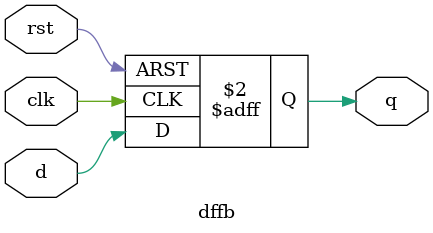
<source format=v>

/**************************************************
P1.1 BEHAVIORAL POSITIVE EDGE TRIGGERED D-FLIPFLOP   
ASYNCHRONOUS ACTIVE HIGH RESET
************************************************/


module dffb(q,d,clk,rst);

	input d,clk,rst;
	output reg q;

	always@(posedge clk or posedge rst)
		if(rst)
			q <= 1'b0;
					else
			q <= d;

endmodule
</source>
